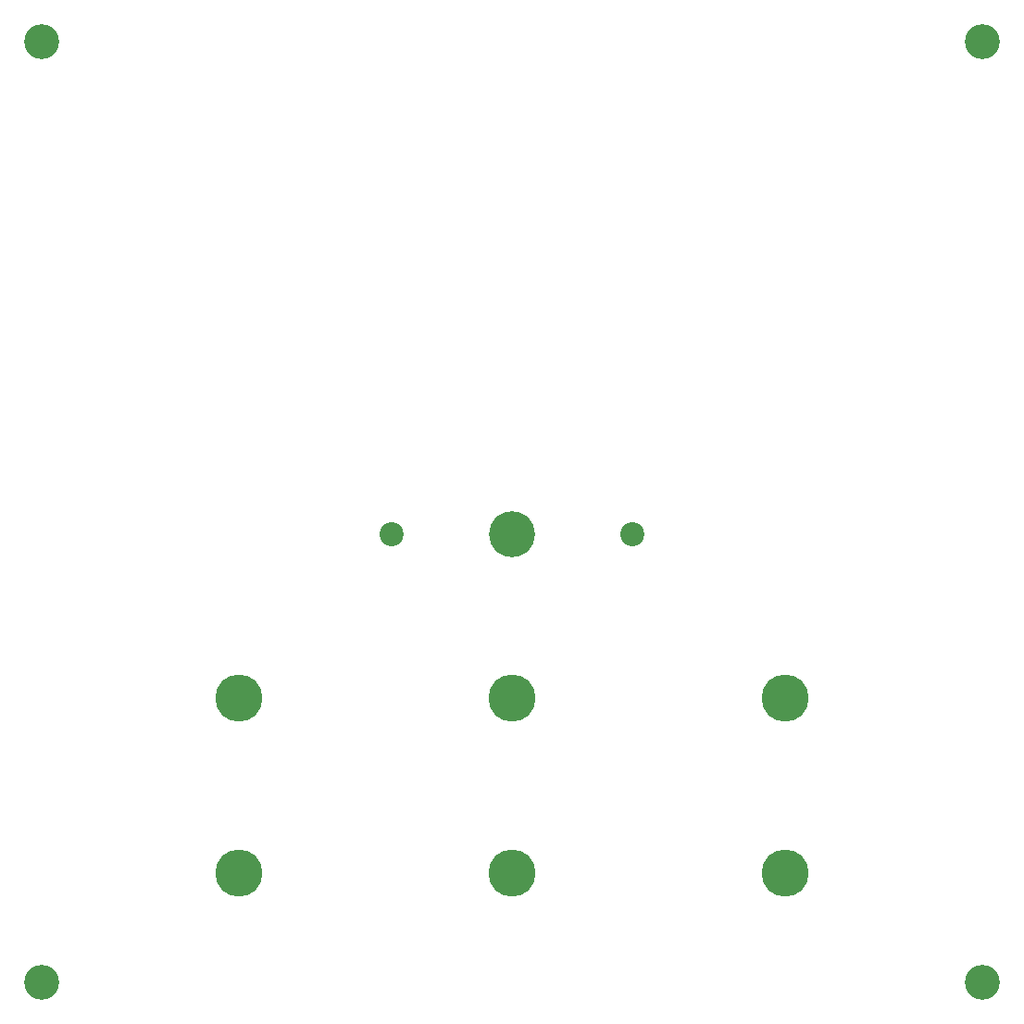
<source format=gts>
%TF.GenerationSoftware,KiCad,Pcbnew,5.1.10*%
%TF.CreationDate,2021-11-20T16:20:21+01:00*%
%TF.ProjectId,main_pcb_front,6d61696e-5f70-4636-925f-66726f6e742e,rev?*%
%TF.SameCoordinates,PX8d24d00PY5d75c80*%
%TF.FileFunction,Soldermask,Top*%
%TF.FilePolarity,Negative*%
%FSLAX46Y46*%
G04 Gerber Fmt 4.6, Leading zero omitted, Abs format (unit mm)*
G04 Created by KiCad (PCBNEW 5.1.10) date 2021-11-20 16:20:21*
%MOMM*%
%LPD*%
G01*
G04 APERTURE LIST*
%ADD10C,3.200000*%
%ADD11C,4.300000*%
%ADD12C,4.200000*%
%ADD13C,2.200000*%
G04 APERTURE END LIST*
D10*
%TO.C,H4*%
X43000000Y-43000000D03*
%TD*%
%TO.C,H3*%
X43000000Y43000000D03*
%TD*%
%TO.C,H2*%
X-43000000Y-43000000D03*
%TD*%
%TO.C,H1*%
X-43000000Y43000000D03*
%TD*%
D11*
%TO.C,H10*%
X25000000Y-33000000D03*
%TD*%
%TO.C,H9*%
X25000000Y-17000000D03*
%TD*%
%TO.C,H8*%
X0Y-33000000D03*
%TD*%
%TO.C,H7*%
X0Y-17000000D03*
%TD*%
%TO.C,H6*%
X-25000000Y-33000000D03*
%TD*%
%TO.C,H5*%
X-25000000Y-17000000D03*
%TD*%
D12*
%TO.C,H11*%
X0Y-2000000D03*
D13*
X11000000Y-2000000D03*
X-11000000Y-2000000D03*
%TD*%
M02*

</source>
